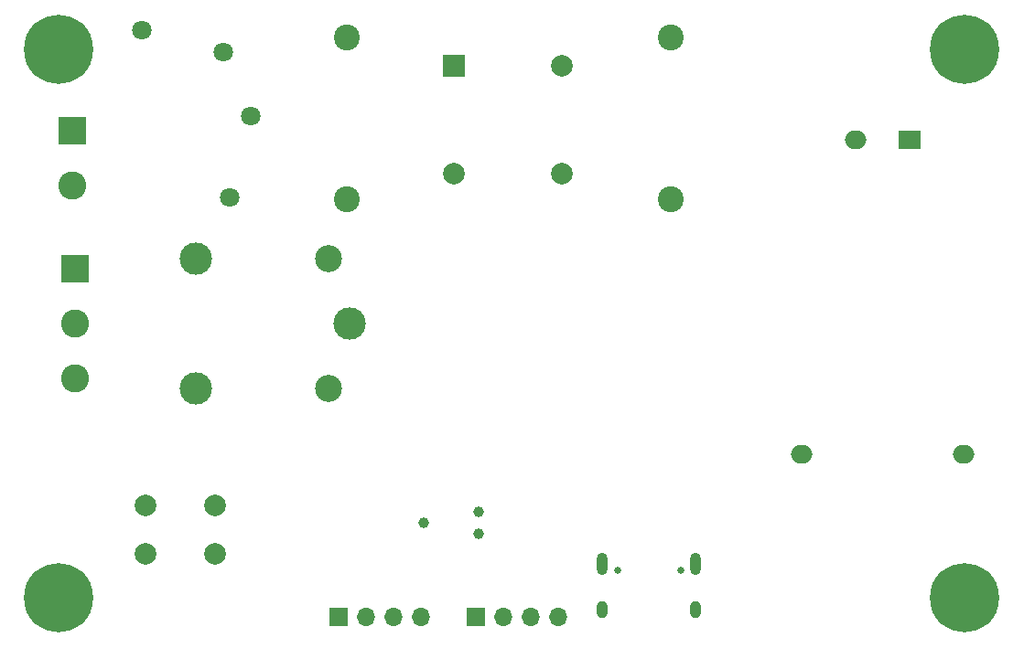
<source format=gbr>
%TF.GenerationSoftware,KiCad,Pcbnew,8.0.1*%
%TF.CreationDate,2024-04-05T21:06:31+06:30*%
%TF.ProjectId,STM32_base,53544d33-325f-4626-9173-652e6b696361,rev?*%
%TF.SameCoordinates,PX48ab840PY853a720*%
%TF.FileFunction,Soldermask,Bot*%
%TF.FilePolarity,Negative*%
%FSLAX46Y46*%
G04 Gerber Fmt 4.6, Leading zero omitted, Abs format (unit mm)*
G04 Created by KiCad (PCBNEW 8.0.1) date 2024-04-05 21:06:31*
%MOMM*%
%LPD*%
G01*
G04 APERTURE LIST*
%ADD10C,0.800000*%
%ADD11C,6.400000*%
%ADD12C,1.800000*%
%ADD13R,1.700000X1.700000*%
%ADD14O,1.700000X1.700000*%
%ADD15R,2.600000X2.600000*%
%ADD16C,2.600000*%
%ADD17C,2.400000*%
%ADD18C,0.990600*%
%ADD19C,0.650000*%
%ADD20O,1.000000X2.100000*%
%ADD21O,1.000000X1.600000*%
%ADD22R,2.000000X2.000000*%
%ADD23C,2.000000*%
%ADD24C,3.000000*%
%ADD25C,2.500000*%
%ADD26R,2.000000X1.700000*%
%ADD27O,2.000000X1.700000*%
G04 APERTURE END LIST*
D10*
%TO.C,H3*%
X86500000Y5080000D03*
X87202944Y6777056D03*
X87202944Y3382944D03*
X88900000Y7480000D03*
D11*
X88900000Y5080000D03*
D10*
X88900000Y2680000D03*
X90597056Y6777056D03*
X90597056Y3382944D03*
X91300000Y5080000D03*
%TD*%
D12*
%TO.C,TH1*%
X20260000Y55642000D03*
X12760000Y57642000D03*
%TD*%
D13*
%TO.C,J4*%
X43688000Y3302000D03*
D14*
X46228000Y3302000D03*
X48768000Y3302000D03*
X51308000Y3302000D03*
%TD*%
D15*
%TO.C,J6*%
X6604000Y35565000D03*
D16*
X6604000Y30485000D03*
X6604000Y25405000D03*
%TD*%
D17*
%TO.C,C10*%
X61722000Y57030000D03*
X61722000Y42030000D03*
%TD*%
D18*
%TO.C,J1*%
X38862000Y12065000D03*
X43942000Y13081000D03*
X43942000Y11049000D03*
%TD*%
D19*
%TO.C,J5*%
X56800000Y7680000D03*
X62580000Y7680000D03*
D20*
X55370000Y8210000D03*
D21*
X55370000Y4030000D03*
D20*
X64010000Y8210000D03*
D21*
X64010000Y4030000D03*
%TD*%
D15*
%TO.C,J3*%
X6299000Y48392000D03*
D16*
X6299000Y43312000D03*
%TD*%
D22*
%TO.C,FL1*%
X41624500Y54387500D03*
D23*
X51624500Y54387500D03*
X41624500Y44387500D03*
X51624500Y44387500D03*
%TD*%
D13*
%TO.C,J2*%
X30988000Y3302000D03*
D14*
X33528000Y3302000D03*
X36068000Y3302000D03*
X38608000Y3302000D03*
%TD*%
D24*
%TO.C,K1*%
X31930000Y30480000D03*
D25*
X29980000Y36530000D03*
D24*
X17780000Y36530000D03*
X17730000Y24480000D03*
D25*
X29980000Y24530000D03*
%TD*%
D23*
%TO.C,SW1*%
X13058000Y13680000D03*
X19558000Y13680000D03*
X13058000Y9180000D03*
X19558000Y9180000D03*
%TD*%
D10*
%TO.C,H4*%
X2680000Y55880000D03*
X3382944Y57577056D03*
X3382944Y54182944D03*
X5080000Y58280000D03*
D11*
X5080000Y55880000D03*
D10*
X5080000Y53480000D03*
X6777056Y57577056D03*
X6777056Y54182944D03*
X7480000Y55880000D03*
%TD*%
D17*
%TO.C,C9*%
X31750000Y57030000D03*
X31750000Y42030000D03*
%TD*%
D12*
%TO.C,RV1*%
X22844000Y49724000D03*
X20844000Y42224000D03*
%TD*%
D10*
%TO.C,H2*%
X86500000Y55880000D03*
X87202944Y57577056D03*
X87202944Y54182944D03*
X88900000Y58280000D03*
D11*
X88900000Y55880000D03*
D10*
X88900000Y53480000D03*
X90597056Y57577056D03*
X90597056Y54182944D03*
X91300000Y55880000D03*
%TD*%
%TO.C,H1*%
X2680000Y5080000D03*
X3382944Y6777056D03*
X3382944Y3382944D03*
X5080000Y7480000D03*
D11*
X5080000Y5080000D03*
D10*
X5080000Y2680000D03*
X6777056Y6777056D03*
X6777056Y3382944D03*
X7480000Y5080000D03*
%TD*%
D26*
%TO.C,PS1*%
X83820000Y47517500D03*
D27*
X78820000Y47517500D03*
X88820000Y18437500D03*
X73820000Y18437500D03*
%TD*%
M02*

</source>
